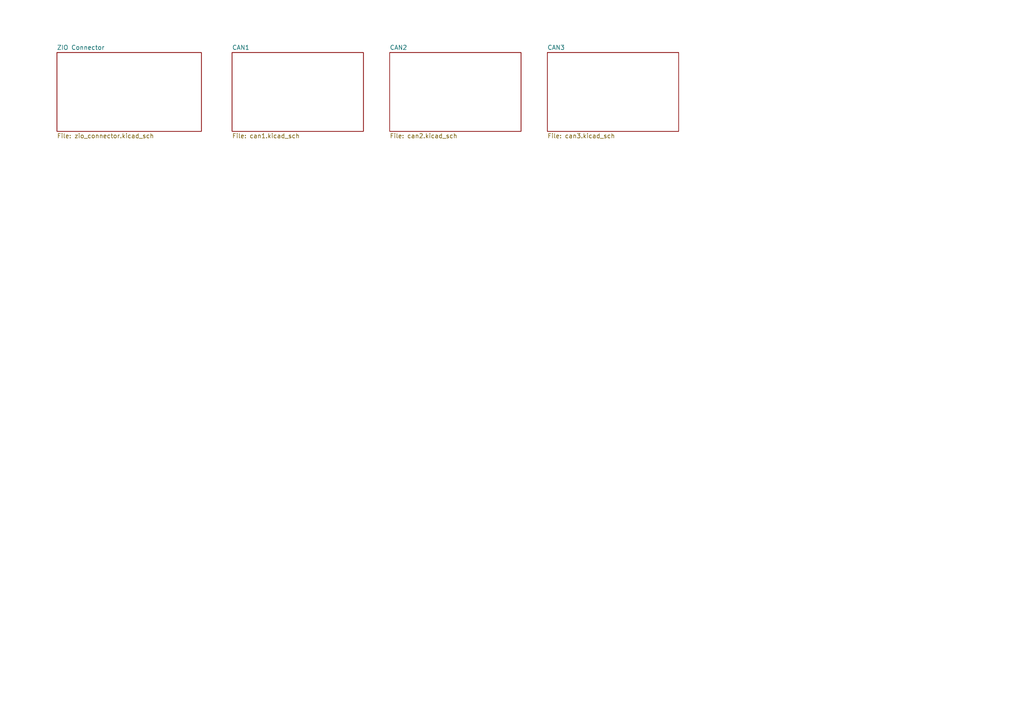
<source format=kicad_sch>
(kicad_sch
	(version 20231120)
	(generator "eeschema")
	(generator_version "8.0")
	(uuid "b24c09df-2e49-4fc3-a45d-ba0b1ff2d257")
	(paper "A4")
	(lib_symbols)
	(sheet
		(at 67.31 15.24)
		(size 38.1 22.86)
		(fields_autoplaced yes)
		(stroke
			(width 0.1524)
			(type solid)
		)
		(fill
			(color 0 0 0 0.0000)
		)
		(uuid "a1e1f3d2-08a6-4ef9-b40d-891f90ca343c")
		(property "Sheetname" "CAN1"
			(at 67.31 14.5284 0)
			(effects
				(font
					(size 1.27 1.27)
				)
				(justify left bottom)
			)
		)
		(property "Sheetfile" "can1.kicad_sch"
			(at 67.31 38.6846 0)
			(effects
				(font
					(size 1.27 1.27)
				)
				(justify left top)
			)
		)
		(instances
			(project "sample"
				(path "/b24c09df-2e49-4fc3-a45d-ba0b1ff2d257"
					(page "3")
				)
			)
		)
	)
	(sheet
		(at 16.51 15.24)
		(size 41.91 22.86)
		(fields_autoplaced yes)
		(stroke
			(width 0.1524)
			(type solid)
		)
		(fill
			(color 0 0 0 0.0000)
		)
		(uuid "e698a85d-766e-43f0-83c0-40cc6875931e")
		(property "Sheetname" "ZIO Connector"
			(at 16.51 14.5284 0)
			(effects
				(font
					(size 1.27 1.27)
				)
				(justify left bottom)
			)
		)
		(property "Sheetfile" "zio_connector.kicad_sch"
			(at 16.51 38.6846 0)
			(effects
				(font
					(size 1.27 1.27)
				)
				(justify left top)
			)
		)
		(instances
			(project "sample"
				(path "/b24c09df-2e49-4fc3-a45d-ba0b1ff2d257"
					(page "2")
				)
			)
		)
	)
	(sheet
		(at 113.03 15.24)
		(size 38.1 22.86)
		(fields_autoplaced yes)
		(stroke
			(width 0.1524)
			(type solid)
		)
		(fill
			(color 0 0 0 0.0000)
		)
		(uuid "ecc88370-915d-48f9-8e29-e68ead91d11e")
		(property "Sheetname" "CAN2"
			(at 113.03 14.5284 0)
			(effects
				(font
					(size 1.27 1.27)
				)
				(justify left bottom)
			)
		)
		(property "Sheetfile" "can2.kicad_sch"
			(at 113.03 38.6846 0)
			(effects
				(font
					(size 1.27 1.27)
				)
				(justify left top)
			)
		)
		(instances
			(project "sample"
				(path "/b24c09df-2e49-4fc3-a45d-ba0b1ff2d257"
					(page "4")
				)
			)
		)
	)
	(sheet
		(at 158.75 15.24)
		(size 38.1 22.86)
		(fields_autoplaced yes)
		(stroke
			(width 0.1524)
			(type solid)
		)
		(fill
			(color 0 0 0 0.0000)
		)
		(uuid "f47ed58f-27f7-4b09-9f1c-00de47ea5151")
		(property "Sheetname" "CAN3"
			(at 158.75 14.5284 0)
			(effects
				(font
					(size 1.27 1.27)
				)
				(justify left bottom)
			)
		)
		(property "Sheetfile" "can3.kicad_sch"
			(at 158.75 38.6846 0)
			(effects
				(font
					(size 1.27 1.27)
				)
				(justify left top)
			)
		)
		(instances
			(project "sample"
				(path "/b24c09df-2e49-4fc3-a45d-ba0b1ff2d257"
					(page "5")
				)
			)
		)
	)
	(sheet_instances
		(path "/"
			(page "1")
		)
	)
)

</source>
